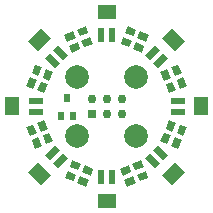
<source format=gts>
G04 (created by PCBNEW (2013-10-02 BZR 4359)-product) date Thu 03 Oct 2013 03:21:19 PM CEST*
%MOIN*%
G04 Gerber Fmt 3.4, Leading zero omitted, Abs format*
%FSLAX34Y34*%
G01*
G70*
G90*
G04 APERTURE LIST*
%ADD10C,0.005906*%
%ADD11R,0.047244X0.061024*%
%ADD12R,0.047244X0.023622*%
%ADD13R,0.061024X0.047244*%
%ADD14R,0.023622X0.047244*%
%ADD15R,0.021654X0.025591*%
%ADD16R,0.029528X0.029528*%
%ADD17C,0.029528*%
%ADD18C,0.078740*%
G04 APERTURE END LIST*
G54D10*
G54D11*
X32677Y-24409D03*
G54D12*
X31889Y-24222D03*
X32677Y-24596D03*
X31889Y-24596D03*
G54D10*
G36*
X31371Y-26685D02*
X31803Y-26253D01*
X32137Y-26587D01*
X31706Y-27019D01*
X31371Y-26685D01*
X31371Y-26685D01*
G37*
G36*
X31079Y-25864D02*
X31246Y-25697D01*
X31580Y-26031D01*
X31413Y-26198D01*
X31079Y-25864D01*
X31079Y-25864D01*
G37*
G36*
X31371Y-26685D02*
X31539Y-26518D01*
X31873Y-26852D01*
X31706Y-27019D01*
X31371Y-26685D01*
X31371Y-26685D01*
G37*
G36*
X30815Y-26128D02*
X30982Y-25961D01*
X31316Y-26295D01*
X31149Y-26462D01*
X30815Y-26128D01*
X30815Y-26128D01*
G37*
G54D13*
X29527Y-27559D03*
G54D14*
X29714Y-26771D03*
X29340Y-27559D03*
X29340Y-26771D03*
G54D10*
G36*
X27251Y-26253D02*
X27683Y-26685D01*
X27349Y-27019D01*
X26917Y-26587D01*
X27251Y-26253D01*
X27251Y-26253D01*
G37*
G36*
X28072Y-25961D02*
X28239Y-26128D01*
X27905Y-26462D01*
X27738Y-26295D01*
X28072Y-25961D01*
X28072Y-25961D01*
G37*
G36*
X27251Y-26253D02*
X27418Y-26420D01*
X27084Y-26754D01*
X26917Y-26587D01*
X27251Y-26253D01*
X27251Y-26253D01*
G37*
G36*
X27808Y-25697D02*
X27975Y-25864D01*
X27641Y-26198D01*
X27474Y-26031D01*
X27808Y-25697D01*
X27808Y-25697D01*
G37*
G54D11*
X26377Y-24409D03*
G54D12*
X27165Y-24596D03*
X26377Y-24222D03*
X27165Y-24222D03*
G54D10*
G36*
X31803Y-22565D02*
X31371Y-22133D01*
X31706Y-21799D01*
X32137Y-22230D01*
X31803Y-22565D01*
X31803Y-22565D01*
G37*
G36*
X30982Y-22857D02*
X30815Y-22690D01*
X31149Y-22356D01*
X31316Y-22523D01*
X30982Y-22857D01*
X30982Y-22857D01*
G37*
G36*
X31803Y-22565D02*
X31636Y-22397D01*
X31970Y-22063D01*
X32137Y-22230D01*
X31803Y-22565D01*
X31803Y-22565D01*
G37*
G36*
X31246Y-23121D02*
X31079Y-22954D01*
X31413Y-22620D01*
X31580Y-22787D01*
X31246Y-23121D01*
X31246Y-23121D01*
G37*
G36*
X27683Y-22133D02*
X27251Y-22565D01*
X26917Y-22230D01*
X27349Y-21799D01*
X27683Y-22133D01*
X27683Y-22133D01*
G37*
G36*
X27975Y-22954D02*
X27808Y-23121D01*
X27474Y-22787D01*
X27641Y-22620D01*
X27975Y-22954D01*
X27975Y-22954D01*
G37*
G36*
X27683Y-22133D02*
X27516Y-22300D01*
X27182Y-21966D01*
X27349Y-21799D01*
X27683Y-22133D01*
X27683Y-22133D01*
G37*
G36*
X28239Y-22690D02*
X28072Y-22857D01*
X27738Y-22523D01*
X27905Y-22356D01*
X28239Y-22690D01*
X28239Y-22690D01*
G37*
G54D13*
X29527Y-21259D03*
G54D14*
X29340Y-22047D03*
X29714Y-21259D03*
X29714Y-22047D03*
G54D15*
X28019Y-24720D03*
X28413Y-24720D03*
X28216Y-24129D03*
G54D16*
X29027Y-24659D03*
G54D17*
X29027Y-24159D03*
X29527Y-24659D03*
X29527Y-24159D03*
X30027Y-24659D03*
X30027Y-24159D03*
G54D18*
X28543Y-25393D03*
X28543Y-23425D03*
X30511Y-23425D03*
X30511Y-25393D03*
G54D10*
G36*
X30694Y-22615D02*
X30403Y-22494D01*
X30493Y-22276D01*
X30784Y-22396D01*
X30694Y-22615D01*
X30694Y-22615D01*
G37*
G36*
X30844Y-22251D02*
X30553Y-22130D01*
X30644Y-21912D01*
X30935Y-22033D01*
X30844Y-22251D01*
X30844Y-22251D01*
G37*
G36*
X31442Y-23553D02*
X31321Y-23262D01*
X31540Y-23172D01*
X31660Y-23463D01*
X31442Y-23553D01*
X31442Y-23553D01*
G37*
G36*
X31806Y-23402D02*
X31685Y-23111D01*
X31903Y-23021D01*
X32024Y-23312D01*
X31806Y-23402D01*
X31806Y-23402D01*
G37*
G36*
X31499Y-25162D02*
X31619Y-24871D01*
X31837Y-24962D01*
X31717Y-25253D01*
X31499Y-25162D01*
X31499Y-25162D01*
G37*
G36*
X31862Y-25313D02*
X31983Y-25022D01*
X32201Y-25112D01*
X32081Y-25403D01*
X31862Y-25313D01*
X31862Y-25313D01*
G37*
G36*
X30383Y-26324D02*
X30674Y-26203D01*
X30764Y-26422D01*
X30473Y-26542D01*
X30383Y-26324D01*
X30383Y-26324D01*
G37*
G36*
X30534Y-26688D02*
X30825Y-26567D01*
X30915Y-26785D01*
X30624Y-26906D01*
X30534Y-26688D01*
X30534Y-26688D01*
G37*
G36*
X28793Y-26381D02*
X29084Y-26501D01*
X28994Y-26719D01*
X28703Y-26599D01*
X28793Y-26381D01*
X28793Y-26381D01*
G37*
G36*
X28643Y-26744D02*
X28934Y-26865D01*
X28843Y-27083D01*
X28552Y-26963D01*
X28643Y-26744D01*
X28643Y-26744D01*
G37*
G36*
X27612Y-25285D02*
X27733Y-25576D01*
X27514Y-25666D01*
X27394Y-25375D01*
X27612Y-25285D01*
X27612Y-25285D01*
G37*
G36*
X27248Y-25435D02*
X27369Y-25726D01*
X27151Y-25817D01*
X27030Y-25526D01*
X27248Y-25435D01*
X27248Y-25435D01*
G37*
G36*
X27733Y-23262D02*
X27612Y-23553D01*
X27394Y-23463D01*
X27514Y-23172D01*
X27733Y-23262D01*
X27733Y-23262D01*
G37*
G36*
X27369Y-23111D02*
X27248Y-23402D01*
X27030Y-23312D01*
X27151Y-23021D01*
X27369Y-23111D01*
X27369Y-23111D01*
G37*
G36*
X27555Y-23675D02*
X27435Y-23966D01*
X27217Y-23876D01*
X27337Y-23585D01*
X27555Y-23675D01*
X27555Y-23675D01*
G37*
G36*
X27192Y-23525D02*
X27071Y-23816D01*
X26853Y-23725D01*
X26974Y-23434D01*
X27192Y-23525D01*
X27192Y-23525D01*
G37*
G36*
X28651Y-22494D02*
X28360Y-22615D01*
X28270Y-22396D01*
X28561Y-22276D01*
X28651Y-22494D01*
X28651Y-22494D01*
G37*
G36*
X28501Y-22130D02*
X28210Y-22251D01*
X28119Y-22033D01*
X28410Y-21912D01*
X28501Y-22130D01*
X28501Y-22130D01*
G37*
G36*
X30280Y-22437D02*
X29989Y-22317D01*
X30080Y-22099D01*
X30371Y-22219D01*
X30280Y-22437D01*
X30280Y-22437D01*
G37*
G36*
X30431Y-22074D02*
X30140Y-21953D01*
X30230Y-21735D01*
X30521Y-21855D01*
X30431Y-22074D01*
X30431Y-22074D01*
G37*
G36*
X31619Y-23966D02*
X31499Y-23675D01*
X31717Y-23585D01*
X31837Y-23876D01*
X31619Y-23966D01*
X31619Y-23966D01*
G37*
G36*
X31983Y-23816D02*
X31862Y-23525D01*
X32081Y-23434D01*
X32201Y-23725D01*
X31983Y-23816D01*
X31983Y-23816D01*
G37*
G36*
X31321Y-25576D02*
X31442Y-25285D01*
X31660Y-25375D01*
X31540Y-25666D01*
X31321Y-25576D01*
X31321Y-25576D01*
G37*
G36*
X31685Y-25726D02*
X31806Y-25435D01*
X32024Y-25526D01*
X31903Y-25817D01*
X31685Y-25726D01*
X31685Y-25726D01*
G37*
G36*
X29970Y-26501D02*
X30261Y-26381D01*
X30351Y-26599D01*
X30060Y-26719D01*
X29970Y-26501D01*
X29970Y-26501D01*
G37*
G36*
X30120Y-26865D02*
X30411Y-26744D01*
X30502Y-26963D01*
X30211Y-27083D01*
X30120Y-26865D01*
X30120Y-26865D01*
G37*
G36*
X28380Y-26203D02*
X28671Y-26324D01*
X28581Y-26542D01*
X28290Y-26422D01*
X28380Y-26203D01*
X28380Y-26203D01*
G37*
G36*
X28229Y-26567D02*
X28520Y-26688D01*
X28430Y-26906D01*
X28139Y-26785D01*
X28229Y-26567D01*
X28229Y-26567D01*
G37*
G36*
X27435Y-24871D02*
X27555Y-25162D01*
X27337Y-25253D01*
X27217Y-24962D01*
X27435Y-24871D01*
X27435Y-24871D01*
G37*
G36*
X27071Y-25022D02*
X27192Y-25313D01*
X26974Y-25403D01*
X26853Y-25112D01*
X27071Y-25022D01*
X27071Y-25022D01*
G37*
G36*
X29065Y-22317D02*
X28774Y-22437D01*
X28683Y-22219D01*
X28974Y-22099D01*
X29065Y-22317D01*
X29065Y-22317D01*
G37*
G36*
X28914Y-21953D02*
X28623Y-22074D01*
X28533Y-21855D01*
X28824Y-21735D01*
X28914Y-21953D01*
X28914Y-21953D01*
G37*
M02*

</source>
